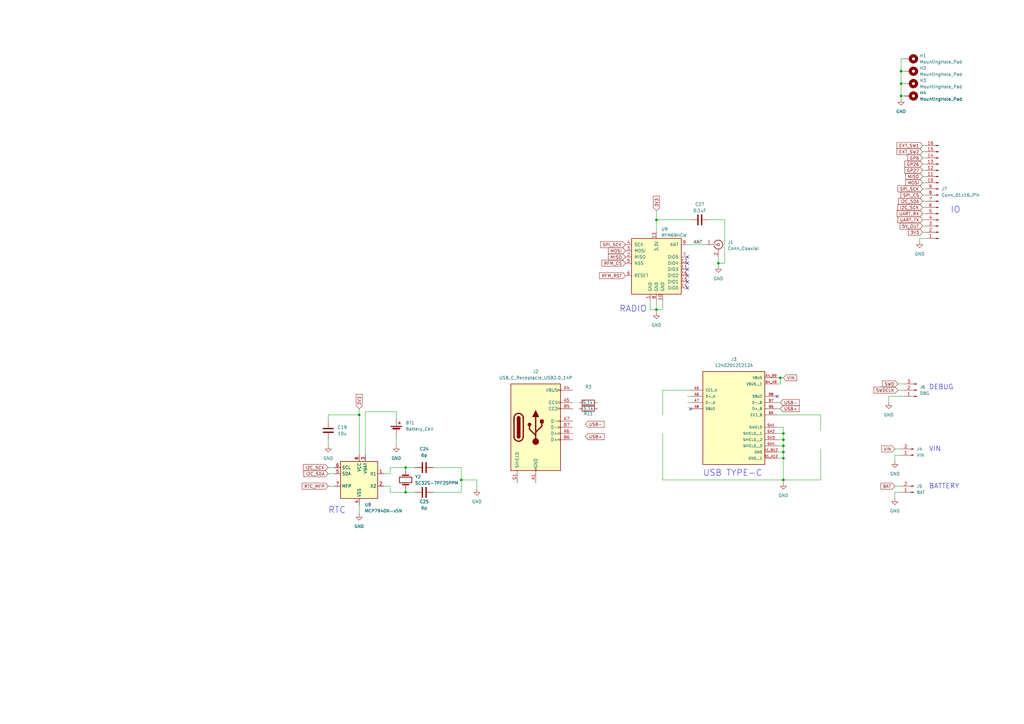
<source format=kicad_sch>
(kicad_sch (version 20231120) (generator "eeschema") (generator_version "8.0")
  (paper "A3")
  (lib_symbols
    (symbol "12402012E212A:12402012E212A" (pin_names (offset 1.016))
      (property "Reference" "J" (at -12.7 13.462 0))
      (property "Value" "12402012E212A" (at -12.7 -26.162 0))
      (symbol "12402012E212A_0_0"
        (rectangle (start -12.7 -25.4) (end 12.7 12.7) (stroke (width 0.254)) (fill (type background)))
        (pin power_in line (at 17.78 -20.32 180) (length 5.08) (name "GND") (number "A1_B12"))
        (pin power_in line (at 17.78 10.16 180) (length 5.08) (name "VBUS") (number "A4_B9"))
        (pin bidirectional line (at -17.78 5.08 0) (length 5.08) (name "CC1_A") (number "A5"))
        (pin bidirectional line (at -17.78 2.54 0) (length 5.08) (name "D+_A") (number "A6"))
        (pin bidirectional line (at -17.78 0 0) (length 5.08) (name "D-_A") (number "A7"))
        (pin bidirectional line (at -17.78 -2.54 0) (length 5.08) (name "SBU1") (number "A8"))
        (pin power_in line (at 17.78 -22.86 180) (length 5.08) (name "GND__1") (number "B1_A12"))
        (pin power_in line (at 17.78 7.62 180) (length 5.08) (name "VBUS__1") (number "B4_A9"))
        (pin bidirectional line (at 17.78 -5.08 180) (length 5.08) (name "CC1_B") (number "B5"))
        (pin bidirectional line (at 17.78 -2.54 180) (length 5.08) (name "D+_B") (number "B6"))
        (pin bidirectional line (at 17.78 0 180) (length 5.08) (name "D-_B") (number "B7"))
        (pin bidirectional line (at 17.78 2.54 180) (length 5.08) (name "SBU2") (number "B8"))
        (pin passive line (at 17.78 -10.16 180) (length 5.08) (name "SHIELD") (number "SH1"))
        (pin passive line (at 17.78 -12.7 180) (length 5.08) (name "SHIELD__1") (number "SH2"))
        (pin passive line (at 17.78 -15.24 180) (length 5.08) (name "SHIELD__2") (number "SH3"))
        (pin passive line (at 17.78 -17.78 180) (length 5.08) (name "SHIELD__3") (number "SH4"))
      )
    )
    (symbol "Connector:Conn_01x02_Pin" (pin_names (offset 1.016) hide)
      (property "Reference" "J" (at 0 2.54 0))
      (property "Value" "Conn_01x02_Pin" (at 0 -5.08 0))
      (symbol "Conn_01x02_Pin_1_1"
        (polyline (pts (xy 1.27 -2.54) (xy 0.8636 -2.54)) (stroke (width 0.1524)))
        (polyline (pts (xy 1.27 0) (xy 0.8636 0)) (stroke (width 0.1524)))
        (rectangle (start 0.8636 -2.413) (end 0 -2.667) (stroke (width 0.1524)) (fill (type outline)))
        (rectangle (start 0.8636 0.127) (end 0 -0.127) (stroke (width 0.1524)) (fill (type outline)))
        (pin passive line (at 5.08 0 180) (length 3.81) (name "Pin_1") (number "1"))
        (pin passive line (at 5.08 -2.54 180) (length 3.81) (name "Pin_2") (number "2"))
      )
    )
    (symbol "Connector:Conn_01x03_Pin" (pin_names (offset 1.016) hide)
      (property "Reference" "J" (at 0 5.08 0))
      (property "Value" "Conn_01x03_Pin" (at 0 -5.08 0))
      (symbol "Conn_01x03_Pin_1_1"
        (polyline (pts (xy 1.27 -2.54) (xy 0.8636 -2.54)) (stroke (width 0.1524)))
        (polyline (pts (xy 1.27 0) (xy 0.8636 0)) (stroke (width 0.1524)))
        (polyline (pts (xy 1.27 2.54) (xy 0.8636 2.54)) (stroke (width 0.1524)))
        (rectangle (start 0.8636 -2.413) (end 0 -2.667) (stroke (width 0.1524)) (fill (type outline)))
        (rectangle (start 0.8636 0.127) (end 0 -0.127) (stroke (width 0.1524)) (fill (type outline)))
        (rectangle (start 0.8636 2.667) (end 0 2.413) (stroke (width 0.1524)) (fill (type outline)))
        (pin passive line (at 5.08 2.54 180) (length 3.81) (name "Pin_1") (number "1"))
        (pin passive line (at 5.08 0 180) (length 3.81) (name "Pin_2") (number "2"))
        (pin passive line (at 5.08 -2.54 180) (length 3.81) (name "Pin_3") (number "3"))
      )
    )
    (symbol "Connector:Conn_01x16_Pin" (pin_names (offset 1.016) hide)
      (property "Reference" "J" (at 0 20.32 0))
      (property "Value" "Conn_01x16_Pin" (at 0 -22.86 0))
      (symbol "Conn_01x16_Pin_1_1"
        (polyline (pts (xy 1.27 -20.32) (xy 0.8636 -20.32)) (stroke (width 0.1524)))
        (polyline (pts (xy 1.27 -17.78) (xy 0.8636 -17.78)) (stroke (width 0.1524)))
        (polyline (pts (xy 1.27 -15.24) (xy 0.8636 -15.24)) (stroke (width 0.1524)))
        (polyline (pts (xy 1.27 -12.7) (xy 0.8636 -12.7)) (stroke (width 0.1524)))
        (polyline (pts (xy 1.27 -10.16) (xy 0.8636 -10.16)) (stroke (width 0.1524)))
        (polyline (pts (xy 1.27 -7.62) (xy 0.8636 -7.62)) (stroke (width 0.1524)))
        (polyline (pts (xy 1.27 -5.08) (xy 0.8636 -5.08)) (stroke (width 0.1524)))
        (polyline (pts (xy 1.27 -2.54) (xy 0.8636 -2.54)) (stroke (width 0.1524)))
        (polyline (pts (xy 1.27 0) (xy 0.8636 0)) (stroke (width 0.1524)))
        (polyline (pts (xy 1.27 2.54) (xy 0.8636 2.54)) (stroke (width 0.1524)))
        (polyline (pts (xy 1.27 5.08) (xy 0.8636 5.08)) (stroke (width 0.1524)))
        (polyline (pts (xy 1.27 7.62) (xy 0.8636 7.62)) (stroke (width 0.1524)))
        (polyline (pts (xy 1.27 10.16) (xy 0.8636 10.16)) (stroke (width 0.1524)))
        (polyline (pts (xy 1.27 12.7) (xy 0.8636 12.7)) (stroke (width 0.1524)))
        (polyline (pts (xy 1.27 15.24) (xy 0.8636 15.24)) (stroke (width 0.1524)))
        (polyline (pts (xy 1.27 17.78) (xy 0.8636 17.78)) (stroke (width 0.1524)))
        (rectangle (start 0.8636 -20.193) (end 0 -20.447) (stroke (width 0.1524)) (fill (type outline)))
        (rectangle (start 0.8636 -17.653) (end 0 -17.907) (stroke (width 0.1524)) (fill (type outline)))
        (rectangle (start 0.8636 -15.113) (end 0 -15.367) (stroke (width 0.1524)) (fill (type outline)))
        (rectangle (start 0.8636 -12.573) (end 0 -12.827) (stroke (width 0.1524)) (fill (type outline)))
        (rectangle (start 0.8636 -10.033) (end 0 -10.287) (stroke (width 0.1524)) (fill (type outline)))
        (rectangle (start 0.8636 -7.493) (end 0 -7.747) (stroke (width 0.1524)) (fill (type outline)))
        (rectangle (start 0.8636 -4.953) (end 0 -5.207) (stroke (width 0.1524)) (fill (type outline)))
        (rectangle (start 0.8636 -2.413) (end 0 -2.667) (stroke (width 0.1524)) (fill (type outline)))
        (rectangle (start 0.8636 0.127) (end 0 -0.127) (stroke (width 0.1524)) (fill (type outline)))
        (rectangle (start 0.8636 2.667) (end 0 2.413) (stroke (width 0.1524)) (fill (type outline)))
        (rectangle (start 0.8636 5.207) (end 0 4.953) (stroke (width 0.1524)) (fill (type outline)))
        (rectangle (start 0.8636 7.747) (end 0 7.493) (stroke (width 0.1524)) (fill (type outline)))
        (rectangle (start 0.8636 10.287) (end 0 10.033) (stroke (width 0.1524)) (fill (type outline)))
        (rectangle (start 0.8636 12.827) (end 0 12.573) (stroke (width 0.1524)) (fill (type outline)))
        (rectangle (start 0.8636 15.367) (end 0 15.113) (stroke (width 0.1524)) (fill (type outline)))
        (rectangle (start 0.8636 17.907) (end 0 17.653) (stroke (width 0.1524)) (fill (type outline)))
        (pin passive line (at 5.08 17.78 180) (length 3.81) (name "Pin_1") (number "1"))
        (pin passive line (at 5.08 -5.08 180) (length 3.81) (name "Pin_10") (number "10"))
        (pin passive line (at 5.08 -7.62 180) (length 3.81) (name "Pin_11") (number "11"))
        (pin passive line (at 5.08 -10.16 180) (length 3.81) (name "Pin_12") (number "12"))
        (pin passive line (at 5.08 -12.7 180) (length 3.81) (name "Pin_13") (number "13"))
        (pin passive line (at 5.08 -15.24 180) (length 3.81) (name "Pin_14") (number "14"))
        (pin passive line (at 5.08 -17.78 180) (length 3.81) (name "Pin_15") (number "15"))
        (pin passive line (at 5.08 -20.32 180) (length 3.81) (name "Pin_16") (number "16"))
        (pin passive line (at 5.08 15.24 180) (length 3.81) (name "Pin_2") (number "2"))
        (pin passive line (at 5.08 12.7 180) (length 3.81) (name "Pin_3") (number "3"))
        (pin passive line (at 5.08 10.16 180) (length 3.81) (name "Pin_4") (number "4"))
        (pin passive line (at 5.08 7.62 180) (length 3.81) (name "Pin_5") (number "5"))
        (pin passive line (at 5.08 5.08 180) (length 3.81) (name "Pin_6") (number "6"))
        (pin passive line (at 5.08 2.54 180) (length 3.81) (name "Pin_7") (number "7"))
        (pin passive line (at 5.08 0 180) (length 3.81) (name "Pin_8") (number "8"))
        (pin passive line (at 5.08 -2.54 180) (length 3.81) (name "Pin_9") (number "9"))
      )
    )
    (symbol "Connector:Conn_Coaxial" (pin_names (offset 1.016) hide)
      (property "Reference" "J" (at 0.254 3.048 0))
      (property "Value" "Conn_Coaxial" (at 2.921 0 90))
      (symbol "Conn_Coaxial_0_1"
        (arc (start -1.778 -0.508) (mid 0.2311 -1.8066) (end 1.778 0) (stroke (width 0.254)))
        (polyline (pts (xy -2.54 0) (xy -0.508 0)))
        (polyline (pts (xy 0 -2.54) (xy 0 -1.778)))
        (circle (center 0 0) (radius 0.508) (stroke (width 0.2032)))
        (arc (start 1.778 0) (mid 0.2099 1.8101) (end -1.778 0.508) (stroke (width 0.254)))
      )
      (symbol "Conn_Coaxial_1_1"
        (pin passive line (at -5.08 0 0) (length 2.54) (name "In") (number "1"))
        (pin passive line (at 0 -5.08 90) (length 2.54) (name "Ext") (number "2"))
      )
    )
    (symbol "Connector:USB_C_Receptacle_USB2.0_14P" (pin_names (offset 1.016))
      (property "Reference" "J" (at 0 22.225 0))
      (property "Value" "USB_C_Receptacle_USB2.0_14P" (at 0 19.685 0))
      (symbol "USB_C_Receptacle_USB2.0_14P_0_0"
        (rectangle (start -0.254 -17.78) (end 0.254 -16.764))
        (rectangle (start 10.16 -4.826) (end 9.144 -5.334))
        (rectangle (start 10.16 -2.286) (end 9.144 -2.794))
        (rectangle (start 10.16 0.254) (end 9.144 -0.254))
        (rectangle (start 10.16 2.794) (end 9.144 2.286))
        (rectangle (start 10.16 7.874) (end 9.144 7.366))
        (rectangle (start 10.16 10.414) (end 9.144 9.906))
        (rectangle (start 10.16 15.494) (end 9.144 14.986))
      )
      (symbol "USB_C_Receptacle_USB2.0_14P_0_1"
        (rectangle (start -10.16 17.78) (end 10.16 -17.78) (stroke (width 0.254)) (fill (type background)))
        (arc (start -8.89 -3.81) (mid -6.985 -5.7067) (end -5.08 -3.81) (stroke (width 0.508)))
        (arc (start -7.62 -3.81) (mid -6.985 -4.4423) (end -6.35 -3.81) (stroke (width 0.254)))
        (arc (start -7.62 -3.81) (mid -6.985 -4.4423) (end -6.35 -3.81) (stroke (width 0.254)) (fill (type outline)))
        (rectangle (start -7.62 -3.81) (end -6.35 3.81) (stroke (width 0.254)) (fill (type outline)))
        (arc (start -6.35 3.81) (mid -6.985 4.4423) (end -7.62 3.81) (stroke (width 0.254)))
        (arc (start -6.35 3.81) (mid -6.985 4.4423) (end -7.62 3.81) (stroke (width 0.254)) (fill (type outline)))
        (arc (start -5.08 3.81) (mid -6.985 5.7067) (end -8.89 3.81) (stroke (width 0.508)))
        (circle (center -2.54 1.143) (radius 0.635) (stroke (width 0.254)) (fill (type outline)))
        (circle (center 0 -5.842) (radius 1.27) (fill (type outline)))
        (polyline (pts (xy -8.89 -3.81) (xy -8.89 3.81)) (stroke (width 0.508)))
        (polyline (pts (xy -5.08 3.81) (xy -5.08 -3.81)) (stroke (width 0.508)))
        (polyline (pts (xy 0 -5.842) (xy 0 4.318)) (stroke (width 0.508)))
        (polyline (pts (xy 0 -3.302) (xy -2.54 -0.762) (xy -2.54 0.508)) (stroke (width 0.508)))
        (polyline (pts (xy 0 -2.032) (xy 2.54 0.508) (xy 2.54 1.778)) (stroke (width 0.508)))
        (polyline (pts (xy -1.27 4.318) (xy 0 6.858) (xy 1.27 4.318) (xy -1.27 4.318)) (stroke (width 0.254)) (fill (type outline)))
        (rectangle (start 1.905 1.778) (end 3.175 3.048) (stroke (width 0.254)) (fill (type outline)))
      )
      (symbol "USB_C_Receptacle_USB2.0_14P_1_1"
        (pin passive line (at 0 -22.86 90) (length 5.08) (name "GND") (number "A1"))
        (pin passive line (at 0 -22.86 90) (length 5.08) hide (name "GND") (number "A12"))
        (pin passive line (at 15.24 15.24 180) (length 5.08) (name "VBUS") (number "A4"))
        (pin bidirectional line (at 15.24 10.16 180) (length 5.08) (name "CC1") (number "A5"))
        (pin bidirectional line (at 15.24 -2.54 180) (length 5.08) (name "D+") (number "A6"))
        (pin bidirectional line (at 15.24 2.54 180) (length 5.08) (name "D-") (number "A7"))
        (pin passive line (at 15.24 15.24 180) (length 5.08) hide (name "VBUS") (number "A9"))
        (pin passive line (at 0 -22.86 90) (length 5.08) hide (name "GND") (number "B1"))
        (pin passive line (at 0 -22.86 90) (length 5.08) hide (name "GND") (number "B12"))
        (pin passive line (at 15.24 15.24 180) (length 5.08) hide (name "VBUS") (number "B4"))
        (pin bidirectional line (at 15.24 7.62 180) (length 5.08) (name "CC2") (number "B5"))
        (pin bidirectional line (at 15.24 -5.08 180) (length 5.08) (name "D+") (number "B6"))
        (pin bidirectional line (at 15.24 0 180) (length 5.08) (name "D-") (number "B7"))
        (pin passive line (at 15.24 15.24 180) (length 5.08) hide (name "VBUS") (number "B9"))
        (pin passive line (at -7.62 -22.86 90) (length 5.08) (name "SHIELD") (number "S1"))
      )
    )
    (symbol "Device:Battery_Cell" (pin_numbers hide) (pin_names (offset 0) hide)
      (property "Reference" "BT" (at 2.54 2.54 0))
      (property "Value" "Battery_Cell" (at 2.54 0 0))
      (symbol "Battery_Cell_0_1"
        (rectangle (start -2.286 1.778) (end 2.286 1.524) (fill (type outline)))
        (rectangle (start -1.524 1.016) (end 1.524 0.508) (fill (type outline)))
        (polyline (pts (xy 0 0.762) (xy 0 0)))
        (polyline (pts (xy 0 1.778) (xy 0 2.54)))
        (polyline (pts (xy 0.762 3.048) (xy 1.778 3.048)) (stroke (width 0.254)))
        (polyline (pts (xy 1.27 3.556) (xy 1.27 2.54)) (stroke (width 0.254)))
      )
      (symbol "Battery_Cell_1_1"
        (pin passive line (at 0 5.08 270) (length 2.54) (name "+") (number "1"))
        (pin passive line (at 0 -2.54 90) (length 2.54) (name "-") (number "2"))
      )
    )
    (symbol "Device:C" (pin_numbers hide) (pin_names (offset 0.254))
      (property "Reference" "C" (at 0.635 2.54 0))
      (property "Value" "C" (at 0.635 -2.54 0))
      (symbol "C_0_1"
        (polyline (pts (xy -2.032 -0.762) (xy 2.032 -0.762)) (stroke (width 0.508)))
        (polyline (pts (xy -2.032 0.762) (xy 2.032 0.762)) (stroke (width 0.508)))
      )
      (symbol "C_1_1"
        (pin passive line (at 0 3.81 270) (length 2.794) (name "~") (number "1"))
        (pin passive line (at 0 -3.81 90) (length 2.794) (name "~") (number "2"))
      )
    )
    (symbol "Device:Crystal" (pin_numbers hide) (pin_names (offset 1.016) hide)
      (property "Reference" "Y" (at 0 3.81 0))
      (property "Value" "Crystal" (at 0 -3.81 0))
      (symbol "Crystal_0_1"
        (rectangle (start -1.143 2.54) (end 1.143 -2.54) (stroke (width 0.3048)))
        (polyline (pts (xy -2.54 0) (xy -1.905 0)))
        (polyline (pts (xy -1.905 -1.27) (xy -1.905 1.27)) (stroke (width 0.508)))
        (polyline (pts (xy 1.905 -1.27) (xy 1.905 1.27)) (stroke (width 0.508)))
        (polyline (pts (xy 2.54 0) (xy 1.905 0)))
      )
      (symbol "Crystal_1_1"
        (pin passive line (at -3.81 0 0) (length 1.27) (name "1") (number "1"))
        (pin passive line (at 3.81 0 180) (length 1.27) (name "2") (number "2"))
      )
    )
    (symbol "Device:R" (pin_numbers hide) (pin_names (offset 0))
      (property "Reference" "R" (at 2.032 0 90))
      (property "Value" "R" (at 0 0 90))
      (symbol "R_0_1"
        (rectangle (start -1.016 -2.54) (end 1.016 2.54) (stroke (width 0.254)))
      )
      (symbol "R_1_1"
        (pin passive line (at 0 3.81 270) (length 1.27) (name "~") (number "1"))
        (pin passive line (at 0 -3.81 90) (length 1.27) (name "~") (number "2"))
      )
    )
    (symbol "GND_2" (power) (pin_numbers hide) (pin_names (offset 0) hide)
      (property "Value" "GND" (at 0 -3.81 0))
      (symbol "GND_2_0_1"
        (polyline (pts (xy 0 0) (xy 0 -1.27) (xy 1.27 -1.27) (xy 0 -2.54) (xy -1.27 -1.27) (xy 0 -1.27)))
      )
      (symbol "GND_2_1_1"
        (pin power_in line (at 0 0 270) (length 0) (name "~") (number "1"))
      )
    )
    (symbol "Mechanical:MountingHole_Pad" (pin_numbers hide) (pin_names (offset 1.016) hide) (exclude_from_sim yes) (in_bom no)
      (property "Reference" "H" (at 0 6.35 0))
      (property "Value" "MountingHole_Pad" (at 0 4.445 0))
      (symbol "MountingHole_Pad_0_1"
        (circle (center 0 1.27) (radius 1.27) (stroke (width 1.27)))
      )
      (symbol "MountingHole_Pad_1_1"
        (pin input line (at 0 -2.54 90) (length 2.54) (name "1") (number "1"))
      )
    )
    (symbol "RF_Module:RFM69HCW" (pin_names (offset 1.016))
      (property "Reference" "U" (at -10.414 11.684 0))
      (property "Value" "RFM69HCW" (at 1.524 11.43 0))
      (symbol "RFM69HCW_0_1"
        (rectangle (start -10.16 10.16) (end 10.16 -12.7) (stroke (width 0.254)) (fill (type background)))
      )
      (symbol "RFM69HCW_1_1"
        (pin power_in line (at -2.54 -15.24 90) (length 2.54) (name "GND") (number "1"))
        (pin power_in line (at 2.54 -15.24 90) (length 2.54) (name "GND") (number "10"))
        (pin bidirectional line (at 12.7 -2.54 180) (length 2.54) (name "DIO3") (number "11"))
        (pin bidirectional line (at 12.7 0 180) (length 2.54) (name "DIO4") (number "12"))
        (pin power_in line (at 0 12.7 270) (length 2.54) (name "3.3V") (number "13"))
        (pin bidirectional line (at 12.7 -10.16 180) (length 2.54) (name "DIO0") (number "14"))
        (pin bidirectional line (at 12.7 -7.62 180) (length 2.54) (name "DIO1") (number "15"))
        (pin bidirectional line (at 12.7 -5.08 180) (length 2.54) (name "DIO2") (number "16"))
        (pin output line (at -12.7 2.54 0) (length 2.54) (name "MISO") (number "2"))
        (pin input line (at -12.7 5.08 0) (length 2.54) (name "MOSI") (number "3"))
        (pin input line (at -12.7 7.62 0) (length 2.54) (name "SCK") (number "4"))
        (pin input line (at -12.7 0 0) (length 2.54) (name "NSS") (number "5"))
        (pin bidirectional line (at -12.7 -5.08 0) (length 2.54) (name "RESET") (number "6"))
        (pin bidirectional line (at 12.7 2.54 180) (length 2.54) (name "DIO5") (number "7"))
        (pin power_in line (at 0 -15.24 90) (length 2.54) (name "GND") (number "8"))
        (pin bidirectional line (at 12.7 7.62 180) (length 2.54) (name "ANT") (number "9"))
      )
    )
    (symbol "Timer_RTC:MCP7940N-xSN"
      (property "Reference" "U" (at -6.35 8.89 0))
      (property "Value" "MCP7940N-xSN" (at 11.43 8.89 0))
      (symbol "MCP7940N-xSN_0_1"
        (rectangle (start -7.62 7.62) (end 7.62 -7.62) (stroke (width 0.254)) (fill (type background)))
      )
      (symbol "MCP7940N-xSN_1_1"
        (pin input line (at 10.16 2.54 180) (length 2.54) (name "X1") (number "1"))
        (pin output line (at 10.16 -2.54 180) (length 2.54) (name "X2") (number "2"))
        (pin power_in line (at 2.54 10.16 270) (length 2.54) (name "VBAT") (number "3"))
        (pin power_in line (at 0 -10.16 90) (length 2.54) (name "VSS") (number "4"))
        (pin bidirectional line (at -10.16 2.54 0) (length 2.54) (name "SDA") (number "5"))
        (pin input line (at -10.16 5.08 0) (length 2.54) (name "SCL") (number "6"))
        (pin open_collector line (at -10.16 -2.54 0) (length 2.54) (name "MFP") (number "7"))
        (pin power_in line (at 0 10.16 270) (length 2.54) (name "VCC") (number "8"))
      )
    )
    (symbol "power:GND" (power) (pin_numbers hide) (pin_names (offset 0) hide)
      (property "Value" "GND" (at 0 -3.81 0))
      (symbol "GND_0_1"
        (polyline (pts (xy 0 0) (xy 0 -1.27) (xy 1.27 -1.27) (xy 0 -2.54) (xy -1.27 -1.27) (xy 0 -1.27)))
      )
      (symbol "GND_1_1"
        (pin power_in line (at 0 0 270) (length 0) (name "~") (number "1"))
      )
    )
  )
  (junction (at 321.31 196.85))
  (junction (at 166.37 201.93))
  (junction (at 321.31 177.8))
  (junction (at 269.24 90.17))
  (junction (at 269.24 127))
  (junction (at 369.57 39.37))
  (junction (at 166.37 191.77))
  (junction (at 369.57 29.21))
  (junction (at 321.31 180.34))
  (junction (at 321.31 185.42))
  (junction (at 321.31 187.96))
  (junction (at 321.31 182.88))
  (junction (at 294.64 107.95))
  (junction (at 147.32 170.18))
  (junction (at 369.57 34.29))
  (junction (at 189.23 196.85))
  (junction (at 320.04 154.94))
  (no_connect (at 283.21 167.64))
  (no_connect (at 281.94 107.95))
  (no_connect (at 281.94 118.11))
  (no_connect (at 281.94 110.49))
  (no_connect (at 281.94 115.57))
  (no_connect (at 281.94 105.41))
  (no_connect (at 281.94 113.03))
  (no_connect (at 318.77 162.56))
  (wire (pts (xy 195.58 200.66) (xy 195.58 196.85)))
  (wire (pts (xy 160.02 194.31) (xy 160.02 191.77)))
  (wire (pts (xy 321.31 185.42) (xy 321.31 187.96)))
  (wire (pts (xy 321.31 187.96) (xy 321.31 196.85)))
  (wire (pts (xy 378.46 95.25) (xy 379.73 95.25)))
  (wire (pts (xy 271.78 196.85) (xy 321.31 196.85)))
  (wire (pts (xy 134.62 170.18) (xy 147.32 170.18)))
  (wire (pts (xy 160.02 199.39) (xy 160.02 201.93)))
  (wire (pts (xy 336.55 184.15) (xy 336.55 196.85)))
  (wire (pts (xy 377.19 97.79) (xy 379.73 97.79)))
  (wire (pts (xy 294.64 107.95) (xy 294.64 109.22)))
  (wire (pts (xy 297.18 107.95) (xy 294.64 107.95)))
  (wire (pts (xy 195.58 196.85) (xy 189.23 196.85)))
  (wire (pts (xy 318.77 154.94) (xy 320.04 154.94)))
  (wire (pts (xy 336.55 176.53) (xy 336.55 170.18)))
  (wire (pts (xy 269.24 127) (xy 269.24 128.27)))
  (wire (pts (xy 378.46 69.85) (xy 379.73 69.85)))
  (wire (pts (xy 321.31 177.8) (xy 321.31 180.34)))
  (wire (pts (xy 318.77 167.64) (xy 320.04 167.64)))
  (wire (pts (xy 162.56 171.45) (xy 162.56 168.91)))
  (wire (pts (xy 134.62 199.39) (xy 137.16 199.39)))
  (wire (pts (xy 369.57 39.37) (xy 370.84 39.37)))
  (wire (pts (xy 134.62 180.34) (xy 134.62 182.88)))
  (wire (pts (xy 336.55 196.85) (xy 321.31 196.85)))
  (wire (pts (xy 281.94 100.33) (xy 289.56 100.33)))
  (wire (pts (xy 370.84 157.48) (xy 368.3 157.48)))
  (wire (pts (xy 321.31 182.88) (xy 321.31 185.42)))
  (wire (pts (xy 378.46 64.77) (xy 379.73 64.77)))
  (wire (pts (xy 318.77 180.34) (xy 321.31 180.34)))
  (wire (pts (xy 364.49 162.56) (xy 370.84 162.56)))
  (wire (pts (xy 367.03 184.15) (xy 369.57 184.15)))
  (wire (pts (xy 281.94 165.1) (xy 283.21 165.1)))
  (wire (pts (xy 369.57 29.21) (xy 369.57 34.29)))
  (wire (pts (xy 367.03 199.39) (xy 369.57 199.39)))
  (wire (pts (xy 166.37 201.93) (xy 170.18 201.93)))
  (wire (pts (xy 370.84 24.13) (xy 369.57 24.13)))
  (wire (pts (xy 370.84 160.02) (xy 368.3 160.02)))
  (wire (pts (xy 378.46 62.23) (xy 379.73 62.23)))
  (wire (pts (xy 189.23 201.93) (xy 177.8 201.93)))
  (wire (pts (xy 189.23 191.77) (xy 189.23 196.85)))
  (wire (pts (xy 378.46 82.55) (xy 379.73 82.55)))
  (wire (pts (xy 157.48 194.31) (xy 160.02 194.31)))
  (wire (pts (xy 378.46 87.63) (xy 379.73 87.63)))
  (wire (pts (xy 160.02 191.77) (xy 166.37 191.77)))
  (wire (pts (xy 378.46 85.09) (xy 379.73 85.09)))
  (wire (pts (xy 321.31 180.34) (xy 321.31 182.88)))
  (wire (pts (xy 364.49 165.1) (xy 364.49 162.56)))
  (wire (pts (xy 134.62 172.72) (xy 134.62 170.18)))
  (wire (pts (xy 160.02 201.93) (xy 166.37 201.93)))
  (wire (pts (xy 367.03 201.93) (xy 367.03 204.47)))
  (wire (pts (xy 378.46 77.47) (xy 379.73 77.47)))
  (wire (pts (xy 281.94 162.56) (xy 283.21 162.56)))
  (wire (pts (xy 283.21 160.02) (xy 271.78 160.02)))
  (wire (pts (xy 378.46 92.71) (xy 379.73 92.71)))
  (wire (pts (xy 269.24 86.36) (xy 269.24 90.17)))
  (wire (pts (xy 269.24 90.17) (xy 283.21 90.17)))
  (wire (pts (xy 294.64 105.41) (xy 294.64 107.95)))
  (wire (pts (xy 378.46 90.17) (xy 379.73 90.17)))
  (wire (pts (xy 269.24 95.25) (xy 269.24 90.17)))
  (wire (pts (xy 266.7 127) (xy 269.24 127)))
  (wire (pts (xy 377.19 99.06) (xy 377.19 97.79)))
  (wire (pts (xy 147.32 170.18) (xy 147.32 186.69)))
  (wire (pts (xy 321.31 175.26) (xy 321.31 177.8)))
  (wire (pts (xy 290.83 90.17) (xy 297.18 90.17)))
  (wire (pts (xy 166.37 191.77) (xy 166.37 193.04)))
  (wire (pts (xy 189.23 196.85) (xy 189.23 201.93)))
  (wire (pts (xy 134.62 191.77) (xy 137.16 191.77)))
  (wire (pts (xy 321.31 196.85) (xy 321.31 198.12)))
  (wire (pts (xy 271.78 123.19) (xy 271.78 127)))
  (wire (pts (xy 320.04 154.94) (xy 321.31 154.94)))
  (wire (pts (xy 378.46 80.01) (xy 379.73 80.01)))
  (wire (pts (xy 271.78 127) (xy 269.24 127)))
  (wire (pts (xy 367.03 201.93) (xy 369.57 201.93)))
  (wire (pts (xy 336.55 170.18) (xy 318.77 170.18)))
  (wire (pts (xy 318.77 185.42) (xy 321.31 185.42)))
  (wire (pts (xy 318.77 165.1) (xy 320.04 165.1)))
  (wire (pts (xy 369.57 24.13) (xy 369.57 29.21)))
  (wire (pts (xy 369.57 34.29) (xy 370.84 34.29)))
  (wire (pts (xy 367.03 186.69) (xy 369.57 186.69)))
  (wire (pts (xy 318.77 182.88) (xy 321.31 182.88)))
  (wire (pts (xy 378.46 74.93) (xy 379.73 74.93)))
  (wire (pts (xy 367.03 186.69) (xy 367.03 189.23)))
  (wire (pts (xy 149.86 168.91) (xy 149.86 186.69)))
  (wire (pts (xy 266.7 123.19) (xy 266.7 127)))
  (wire (pts (xy 318.77 157.48) (xy 320.04 157.48)))
  (wire (pts (xy 147.32 167.64) (xy 147.32 170.18)))
  (wire (pts (xy 378.46 59.69) (xy 379.73 59.69)))
  (wire (pts (xy 162.56 179.07) (xy 162.56 182.88)))
  (wire (pts (xy 177.8 191.77) (xy 189.23 191.77)))
  (wire (pts (xy 162.56 168.91) (xy 149.86 168.91)))
  (wire (pts (xy 297.18 90.17) (xy 297.18 107.95)))
  (wire (pts (xy 269.24 123.19) (xy 269.24 127)))
  (wire (pts (xy 271.78 160.02) (xy 271.78 170.18)))
  (wire (pts (xy 369.57 39.37) (xy 369.57 40.64)))
  (wire (pts (xy 378.46 67.31) (xy 379.73 67.31)))
  (wire (pts (xy 157.48 199.39) (xy 160.02 199.39)))
  (wire (pts (xy 320.04 157.48) (xy 320.04 154.94)))
  (wire (pts (xy 369.57 34.29) (xy 369.57 39.37)))
  (wire (pts (xy 271.78 177.8) (xy 271.78 196.85)))
  (wire (pts (xy 166.37 191.77) (xy 170.18 191.77)))
  (wire (pts (xy 147.32 207.01) (xy 147.32 210.82)))
  (wire (pts (xy 134.62 194.31) (xy 137.16 194.31)))
  (wire (pts (xy 369.57 29.21) (xy 370.84 29.21)))
  (wire (pts (xy 318.77 177.8) (xy 321.31 177.8)))
  (wire (pts (xy 378.46 72.39) (xy 379.73 72.39)))
  (wire (pts (xy 321.31 187.96) (xy 318.77 187.96)))
  (wire (pts (xy 318.77 175.26) (xy 321.31 175.26)))
  (wire (pts (xy 166.37 201.93) (xy 166.37 200.66)))
  (text "IO" (at 389.89 87.63 0) (effects (font (size 2.54 2.54)) (justify left bottom)))
  (text "DEBUG" (at 381 160.02 0) (effects (font (size 2 2)) (justify left bottom)))
  (text "RTC" (at 134.62 210.82 0) (effects (font (size 2.54 2.54)) (justify left bottom)))
  (text "RADIO" (at 254 128.27 0) (effects (font (size 2.54 2.54)) (justify left bottom)))
  (text "USB TYPE-C" (at 288.29 195.58 0) (effects (font (size 2.54 2.54)) (justify left bottom)))
  (text "BATTERY" (at 381 200.66 0) (effects (font (size 2 2)) (justify left bottom)))
  (text "VIN" (at 381 185.42 0) (effects (font (size 2 2)) (justify left bottom)))
  (label "ANT" (at 284.48 100.33 0))
  (global_label "I2C_SCK" (shape input) (at 134.62 191.77 180) (property "Intersheetrefs" "${INTERSHEET_REFS}" (effects (hide yes))))
  (global_label "UART_RX" (shape input) (at 378.46 87.63 180) (property "Intersheetrefs" "${INTERSHEET_REFS}" (effects (hide yes))))
  (global_label "SPI_SCK" (shape input) (at 256.54 100.33 180) (property "Intersheetrefs" "${INTERSHEET_REFS}" (effects (hide yes))))
  (global_label "RFM_RST" (shape input) (at 256.54 113.03 180) (property "Intersheetrefs" "${INTERSHEET_REFS}" (effects (hide yes))))
  (global_label "EXT_SW1" (shape input) (at 378.46 59.69 180) (property "Intersheetrefs" "${INTERSHEET_REFS}" (effects (hide yes))))
  (global_label "SWD" (shape input) (at 368.3 157.48 180) (property "Intersheetrefs" "${INTERSHEET_REFS}" (effects (hide yes))))
  (global_label "3V3" (shape input) (at 147.32 167.64 90) (property "Intersheetrefs" "${INTERSHEET_REFS}" (effects (hide yes))))
  (global_label "EXT_SW2" (shape input) (at 378.46 62.23 180) (property "Intersheetrefs" "${INTERSHEET_REFS}" (effects (hide yes))))
  (global_label "USB+" (shape input) (at 240.03 179.07 0) (property "Intersheetrefs" "${INTERSHEET_REFS}" (effects (hide yes))))
  (global_label "USB-" (shape input) (at 240.03 173.99 0) (property "Intersheetrefs" "${INTERSHEET_REFS}" (effects (hide yes))))
  (global_label "3V3" (shape input) (at 269.24 86.36 90) (property "Intersheetrefs" "${INTERSHEET_REFS}" (effects (hide yes))))
  (global_label "SWDCLK" (shape input) (at 368.3 160.02 180) (property "Intersheetrefs" "${INTERSHEET_REFS}" (effects (hide yes))))
  (global_label "I2C_SDA" (shape input) (at 378.46 82.55 180) (property "Intersheetrefs" "${INTERSHEET_REFS}" (effects (hide yes))))
  (global_label "BAT" (shape input) (at 367.03 199.39 180) (property "Intersheetrefs" "${INTERSHEET_REFS}" (effects (hide yes))))
  (global_label "MISO" (shape input) (at 378.46 72.39 180) (property "Intersheetrefs" "${INTERSHEET_REFS}" (effects (hide yes))))
  (global_label "USB+" (shape input) (at 320.04 167.64 0) (property "Intersheetrefs" "${INTERSHEET_REFS}" (effects (hide yes))))
  (global_label "SPI_SCK" (shape input) (at 378.46 77.47 180) (property "Intersheetrefs" "${INTERSHEET_REFS}" (effects (hide yes))))
  (global_label "MISO" (shape input) (at 256.54 105.41 180) (property "Intersheetrefs" "${INTERSHEET_REFS}" (effects (hide yes))))
  (global_label "RTC_MFP" (shape input) (at 134.62 199.39 180) (property "Intersheetrefs" "${INTERSHEET_REFS}" (effects (hide yes))))
  (global_label "USB-" (shape input) (at 320.04 165.1 0) (property "Intersheetrefs" "${INTERSHEET_REFS}" (effects (hide yes))))
  (global_label "VIN" (shape input) (at 321.31 154.94 0) (property "Intersheetrefs" "${INTERSHEET_REFS}" (effects (hide yes))))
  (global_label "I2C_SDA" (shape input) (at 134.62 194.31 180) (property "Intersheetrefs" "${INTERSHEET_REFS}" (effects (hide yes))))
  (global_label "5V_OUT" (shape input) (at 378.46 92.71 180) (property "Intersheetrefs" "${INTERSHEET_REFS}" (effects (hide yes))))
  (global_label "MOSI" (shape input) (at 378.46 74.93 180) (property "Intersheetrefs" "${INTERSHEET_REFS}" (effects (hide yes))))
  (global_label "VIN" (shape input) (at 367.03 184.15 180) (property "Intersheetrefs" "${INTERSHEET_REFS}" (effects (hide yes))))
  (global_label "MOSI" (shape input) (at 256.54 102.87 180) (property "Intersheetrefs" "${INTERSHEET_REFS}" (effects (hide yes))))
  (global_label "I2C_SCK" (shape input) (at 378.46 85.09 180) (property "Intersheetrefs" "${INTERSHEET_REFS}" (effects (hide yes))))
  (global_label "RFM_CS" (shape input) (at 256.54 107.95 180) (property "Intersheetrefs" "${INTERSHEET_REFS}" (effects (hide yes))))
  (global_label "GP26" (shape input) (at 378.46 67.31 180) (property "Intersheetrefs" "${INTERSHEET_REFS}" (effects (hide yes))))
  (global_label "3V3" (shape input) (at 378.46 95.25 180) (property "Intersheetrefs" "${INTERSHEET_REFS}" (effects (hide yes))))
  (global_label "GP6" (shape input) (at 378.46 64.77 180) (property "Intersheetrefs" "${INTERSHEET_REFS}" (effects (hide yes))))
  (global_label "UART_TX" (shape input) (at 378.46 90.17 180) (property "Intersheetrefs" "${INTERSHEET_REFS}" (effects (hide yes))))
  (global_label "SPI_CS" (shape input) (at 378.46 80.01 180) (property "Intersheetrefs" "${INTERSHEET_REFS}" (effects (hide yes))))
  (global_label "GP27" (shape input) (at 378.46 69.85 180) (property "Intersheetrefs" "${INTERSHEET_REFS}" (effects (hide yes))))
  (symbol (lib_id "Connector:USB_C_Receptacle_USB2.0_14P") (at 219.71 175.26 0) (unit 1)
    (property "Reference" "J2" (at 219.71 152.4 0))
    (property "Value" "USB_C_Receptacle_USB2.0_14P" (at 219.71 154.94 0))
    (property "Datasheet" "https://www.usb.org/sites/default/files/documents/usb_type-c.zip" (effects (hide yes)))
    (property "Description" "USB 2.0-only 14P Type-C Receptacle connector" (effects (hide yes)))
  )
  (symbol (lib_id "Connector:Conn_01x16_Pin") (at 384.81 80.01 180) (unit 1)
    (property "Reference" "J7" (at 386.08 77.47 0) (effects (justify right)))
    (property "Value" "Conn_01x16_Pin" (at 386.08 80.01 0) (effects (justify right)))
    (property "Footprint" "Connector_PinHeader_2.54mm:PinHeader_1x16_P2.54mm_Vertical" (effects (hide yes)))
  )
  (symbol (lib_id "power:GND") (at 367.03 204.47 0) (unit 1)
    (property "Reference" "#PWR026" (effects (hide yes)))
    (property "Value" "GND" (at 367.03 209.55 0))
    (property "Description" "Power symbol creates a global label with name \"GND\" , ground" (effects (hide yes)))
  )
  (symbol (lib_id "Connector:Conn_Coaxial") (at 294.64 100.33 0) (unit 1)
    (property "Reference" "J1" (at 298.45 99.3531 0) (effects (justify left)))
    (property "Value" "Conn_Coaxial" (at 298.45 101.8931 0) (effects (justify left)))
    (property "Footprint" "Connector_Coaxial:SMA_Samtec_SMA-J-P-H-ST-EM1_EdgeMount" (effects (hide yes)))
    (property "Description" "coaxial connector (BNC, SMA, SMB, SMC, Cinch/RCA, LEMO, ...)" (effects (hide yes)))
  )
  (symbol (lib_id "power:GND") (at 321.31 198.12 0) (unit 1)
    (property "Reference" "#PWR023" (effects (hide yes)))
    (property "Value" "GND" (at 321.31 203.2 0))
    (property "Description" "Power symbol creates a global label with name \"GND\" , ground" (effects (hide yes)))
  )
  (symbol (lib_id "Device:R") (at 241.3 165.1 90) (unit 1)
    (property "Reference" "R3" (at 241.3 158.6224 90))
    (property "Value" "5.1k" (at 241.046 165.1 90))
    (property "Footprint" "Resistor_SMD:R_0805_2012Metric_Pad1.20x1.40mm_HandSolder" (effects (hide yes)))
    (property "Description" "Resistor" (effects (hide yes)))
  )
  (symbol (lib_id "Mechanical:MountingHole_Pad") (at 373.38 39.37 270) (unit 1) (exclude_from_sim yes) (in_bom no)
    (property "Reference" "H4" (at 377.19 38.0999 90) (effects (justify left)))
    (property "Value" "MountingHole_Pad" (at 377.19 40.6399 90) (effects (justify left)))
    (property "Footprint" "MountingHole:MountingHole_2.2mm_M2_Pad" (effects (hide yes)))
    (property "Description" "Mounting Hole with connection" (effects (hide yes)))
  )
  (symbol (lib_id "Timer_RTC:MCP7940N-xSN") (at 147.32 196.85 0) (unit 1)
    (property "Reference" "U8" (at 149.5141 207.01 0) (effects (justify left)))
    (property "Value" "MCP7940N-xSN" (at 149.5141 209.55 0) (effects (justify left)))
    (property "Footprint" "Package_SO:SOIC-8_3.9x4.9mm_P1.27mm" (effects (hide yes)))
    (property "Datasheet" "http://ww1.microchip.com/downloads/en/DeviceDoc/20005010F.pdf" (effects (hide yes)))
  )
  (symbol (lib_name "GND_2") (lib_id "power:GND") (at 269.24 128.27 0) (unit 1)
    (property "Reference" "#PWR018" (effects (hide yes)))
    (property "Value" "GND" (at 269.24 133.35 0))
    (property "Description" "Power symbol creates a global label with name \"GND\" , ground" (effects (hide yes)))
  )
  (symbol (lib_name "GND_2") (lib_id "power:GND") (at 162.56 182.88 0) (unit 1)
    (property "Reference" "#PWR015" (effects (hide yes)))
    (property "Value" "GND" (at 162.56 187.96 0))
    (property "Description" "Power symbol creates a global label with name \"GND\" , ground" (effects (hide yes)))
  )
  (symbol (lib_name "GND_2") (lib_id "power:GND") (at 134.62 182.88 0) (unit 1)
    (property "Reference" "#PWR013" (effects (hide yes)))
    (property "Value" "GND" (at 134.62 187.96 0))
    (property "Description" "Power symbol creates a global label with name \"GND\" , ground" (effects (hide yes)))
  )
  (symbol (lib_id "Mechanical:MountingHole_Pad") (at 373.38 34.29 270) (unit 1) (exclude_from_sim yes) (in_bom no)
    (property "Reference" "H3" (at 377.19 33.0199 90) (effects (justify left)))
    (property "Value" "MountingHole_Pad" (at 377.19 35.5599 90) (effects (justify left)))
    (property "Footprint" "MountingHole:MountingHole_2.2mm_M2_Pad" (effects (hide yes)))
    (property "Description" "Mounting Hole with connection" (effects (hide yes)))
  )
  (symbol (lib_id "Device:C") (at 173.99 191.77 90) (unit 1)
    (property "Reference" "C24" (at 173.99 184.15 90))
    (property "Value" "6p" (at 173.99 186.69 90))
    (property "Footprint" "Capacitor_SMD:C_0603_1608Metric_Pad1.08x0.95mm_HandSolder" (effects (hide yes)))
  )
  (symbol (lib_name "GND_2") (lib_id "power:GND") (at 294.64 109.22 0) (unit 1)
    (property "Reference" "#PWR020" (effects (hide yes)))
    (property "Value" "GND" (at 294.64 114.3 0))
    (property "Description" "Power symbol creates a global label with name \"GND\" , ground" (effects (hide yes)))
  )
  (symbol (lib_id "RF_Module:RFM69HCW") (at 269.24 107.95 0) (unit 1)
    (property "Reference" "U9" (at 271.1959 93.98 0) (effects (justify left)))
    (property "Value" "RFM69HCW" (at 271.1959 96.52 0) (effects (justify left)))
    (property "Footprint" "RF_Module:HOPERF_RFM9XW_SMD" (effects (hide yes)))
    (property "Datasheet" "https://www.hoperf.com/data/upload/portal/20181127/5bfcb8284d838.pdf" (effects (hide yes)))
  )
  (symbol (lib_name "GND_2") (lib_id "power:GND") (at 377.19 99.06 0) (unit 1)
    (property "Reference" "#PWR027" (effects (hide yes)))
    (property "Value" "GND" (at 377.19 104.14 0))
    (property "Description" "Power symbol creates a global label with name \"GND\" , ground" (effects (hide yes)))
  )
  (symbol (lib_id "Connector:Conn_01x02_Pin") (at 374.65 186.69 180) (unit 1)
    (property "Reference" "J4" (at 375.92 184.15 0) (effects (justify right)))
    (property "Value" "VIN" (at 375.92 186.69 0) (effects (justify right)))
    (property "Footprint" "Connector_PinHeader_2.54mm:PinHeader_1x02_P2.54mm_Vertical" (effects (hide yes)))
  )
  (symbol (lib_name "GND_2") (lib_id "power:GND") (at 195.58 200.66 0) (unit 1)
    (property "Reference" "#PWR019" (effects (hide yes)))
    (property "Value" "GND" (at 195.58 205.74 0))
    (property "Description" "Power symbol creates a global label with name \"GND\" , ground" (effects (hide yes)))
  )
  (symbol (lib_id "Device:Crystal") (at 166.37 196.85 270) (unit 1)
    (property "Reference" "Y2" (at 170.18 195.58 90) (effects (justify left)))
    (property "Value" "SC32S-7PF20PPM" (at 170.18 198.12 90) (effects (justify left)))
    (property "Footprint" "sc32s:XTAL_SC32S-7PF20PPM_EPS" (effects (hide yes)))
  )
  (symbol (lib_name "GND_2") (lib_id "power:GND") (at 147.32 210.82 0) (unit 1)
    (property "Reference" "#PWR014" (effects (hide yes)))
    (property "Value" "GND" (at 147.32 215.9 0))
    (property "Description" "Power symbol creates a global label with name \"GND\" , ground" (effects (hide yes)))
  )
  (symbol (lib_id "Device:C") (at 134.62 176.53 0) (unit 1)
    (property "Reference" "C19" (at 138.43 175.26 0) (effects (justify left)))
    (property "Value" "10u" (at 138.43 177.8 0) (effects (justify left)))
    (property "Footprint" "Capacitor_SMD:C_0805_2012Metric_Pad1.18x1.45mm_HandSolder" (effects (hide yes)))
  )
  (symbol (lib_name "GND_2") (lib_id "power:GND") (at 369.57 40.64 0) (unit 1)
    (property "Reference" "#PWR01" (effects (hide yes)))
    (property "Value" "GND" (at 369.57 45.72 0))
    (property "Description" "Power symbol creates a global label with name \"GND\" , ground" (effects (hide yes)))
  )
  (symbol (lib_id "Device:C") (at 173.99 201.93 90) (unit 1)
    (property "Reference" "C25" (at 173.99 205.74 90))
    (property "Value" "6p" (at 173.99 208.28 90))
    (property "Footprint" "Capacitor_SMD:C_0603_1608Metric_Pad1.08x0.95mm_HandSolder" (effects (hide yes)))
  )
  (symbol (lib_id "Connector:Conn_01x02_Pin") (at 374.65 201.93 180) (unit 1)
    (property "Reference" "J5" (at 375.92 199.39 0) (effects (justify right)))
    (property "Value" "BAT" (at 375.92 201.93 0) (effects (justify right)))
    (property "Footprint" "Connector_PinHeader_2.54mm:PinHeader_1x02_P2.54mm_Vertical" (effects (hide yes)))
  )
  (symbol (lib_id "Device:Battery_Cell") (at 162.56 176.53 0) (unit 1)
    (property "Reference" "BT1" (at 166.37 173.4185 0) (effects (justify left)))
    (property "Value" "Battery_Cell" (at 166.37 175.9585 0) (effects (justify left)))
    (property "Footprint" "BAT-HLD-001:BAT_BAT-HLD-001-THM" (effects (hide yes)))
  )
  (symbol (lib_id "12402012E212A:12402012E212A") (at 300.99 165.1 0) (unit 1)
    (property "Reference" "J3" (at 300.99 147.32 0))
    (property "Value" "12402012E212A" (at 300.99 149.86 0))
    (property "Footprint" "usbc:AMPHENOL_12402012E212A" (effects (hide yes)))
    (property "PARTREV" "4" (effects (hide yes)))
    (property "STANDARD" "Manufacturer Recommendations" (effects (hide yes)))
    (property "MAXIMUM_PACKAGE_HEIGHT" "3.26 mm" (effects (hide yes)))
    (property "MANUFACTURER" "Amphenol" (effects (hide yes)))
  )
  (symbol (lib_name "GND_2") (lib_id "power:GND") (at 364.49 165.1 0) (unit 1)
    (property "Reference" "#PWR024" (effects (hide yes)))
    (property "Value" "GND" (at 364.49 170.18 0))
    (property "Description" "Power symbol creates a global label with name \"GND\" , ground" (effects (hide yes)))
  )
  (symbol (lib_id "Mechanical:MountingHole_Pad") (at 373.38 29.21 270) (unit 1) (exclude_from_sim yes) (in_bom no)
    (property "Reference" "H2" (at 377.19 27.9399 90) (effects (justify left)))
    (property "Value" "MountingHole_Pad" (at 377.19 30.4799 90) (effects (justify left)))
    (property "Footprint" "MountingHole:MountingHole_2.2mm_M2_Pad" (effects (hide yes)))
    (property "Description" "Mounting Hole with connection" (effects (hide yes)))
  )
  (symbol (lib_id "Device:R") (at 241.3 167.64 90) (unit 1)
    (property "Reference" "R11" (at 241.3 169.672 90))
    (property "Value" "5.1k" (at 241.3 167.64 90))
    (property "Footprint" "Resistor_SMD:R_0805_2012Metric_Pad1.20x1.40mm_HandSolder" (effects (hide yes)))
    (property "Description" "Resistor" (effects (hide yes)))
  )
  (symbol (lib_id "Connector:Conn_01x03_Pin") (at 375.92 160.02 180) (unit 1)
    (property "Reference" "J6" (at 377.19 158.75 0) (effects (justify right)))
    (property "Value" "DBG" (at 377.19 161.29 0) (effects (justify right)))
    (property "Footprint" "Connector_PinHeader_2.54mm:PinHeader_1x03_P2.54mm_Vertical" (effects (hide yes)))
  )
  (symbol (lib_id "Device:C") (at 287.02 90.17 90) (unit 1)
    (property "Reference" "C27" (at 287.02 83.82 90))
    (property "Value" "0.1uF" (at 287.02 86.36 90))
    (property "Footprint" "Capacitor_SMD:C_0402_1005Metric" (effects (hide yes)))
  )
  (symbol (lib_name "GND_2") (lib_id "power:GND") (at 367.03 189.23 0) (unit 1)
    (property "Reference" "#PWR025" (effects (hide yes)))
    (property "Value" "GND" (at 367.03 194.31 0))
    (property "Description" "Power symbol creates a global label with name \"GND\" , ground" (effects (hide yes)))
  )
  (symbol (lib_id "Mechanical:MountingHole_Pad") (at 373.38 24.13 270) (unit 1) (exclude_from_sim yes) (in_bom no)
    (property "Reference" "H1" (at 377.19 22.8599 90) (effects (justify left)))
    (property "Value" "MountingHole_Pad" (at 377.19 25.3999 90) (effects (justify left)))
    (property "Footprint" "MountingHole:MountingHole_2.2mm_M2_Pad" (effects (hide yes)))
    (property "Description" "Mounting Hole with connection" (effects (hide yes)))
  )
  (sheet (at 509.27 0) (size 378.46 292.1) (stroke (width 0.1524))
    (property "Sheetname" "Power" (at 509.27 -0.7116 0) (effects (justify left bottom)))
    (property "Sheetfile" "power.kicad_sch" (at 509.27 292.6846 0) (effects (justify left top)))
  )
  (sheet (at 0 381) (size 416.56 256.54) (stroke (width 0.1524))
    (property "Sheetname" "MCU" (at 0 380.2884 0) (effects (justify left bottom)))
    (property "Sheetfile" "mcu.kicad_sch" (at 0 638.1246 0) (effects (justify left top)))
  )
)
</source>
